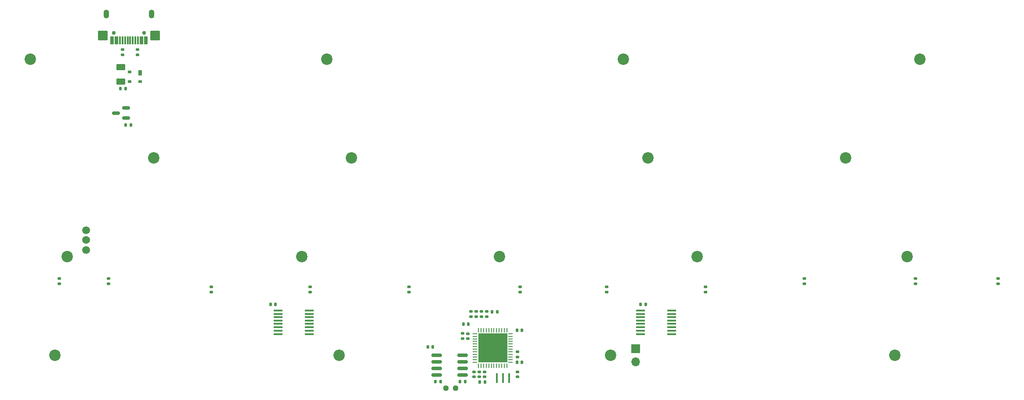
<source format=gbr>
%TF.GenerationSoftware,KiCad,Pcbnew,8.0.8*%
%TF.CreationDate,2025-03-01T19:11:54+01:00*%
%TF.ProjectId,travaulta WKL,74726176-6175-46c7-9461-20574b4c2e6b,rev?*%
%TF.SameCoordinates,Original*%
%TF.FileFunction,Soldermask,Bot*%
%TF.FilePolarity,Negative*%
%FSLAX46Y46*%
G04 Gerber Fmt 4.6, Leading zero omitted, Abs format (unit mm)*
G04 Created by KiCad (PCBNEW 8.0.8) date 2025-03-01 19:11:54*
%MOMM*%
%LPD*%
G01*
G04 APERTURE LIST*
G04 Aperture macros list*
%AMRoundRect*
0 Rectangle with rounded corners*
0 $1 Rounding radius*
0 $2 $3 $4 $5 $6 $7 $8 $9 X,Y pos of 4 corners*
0 Add a 4 corners polygon primitive as box body*
4,1,4,$2,$3,$4,$5,$6,$7,$8,$9,$2,$3,0*
0 Add four circle primitives for the rounded corners*
1,1,$1+$1,$2,$3*
1,1,$1+$1,$4,$5*
1,1,$1+$1,$6,$7*
1,1,$1+$1,$8,$9*
0 Add four rect primitives between the rounded corners*
20,1,$1+$1,$2,$3,$4,$5,0*
20,1,$1+$1,$4,$5,$6,$7,0*
20,1,$1+$1,$6,$7,$8,$9,0*
20,1,$1+$1,$8,$9,$2,$3,0*%
G04 Aperture macros list end*
%ADD10C,2.200000*%
%ADD11C,1.500000*%
%ADD12R,0.400000X1.900000*%
%ADD13RoundRect,0.140000X0.140000X0.170000X-0.140000X0.170000X-0.140000X-0.170000X0.140000X-0.170000X0*%
%ADD14RoundRect,0.140000X-0.140000X-0.170000X0.140000X-0.170000X0.140000X0.170000X-0.140000X0.170000X0*%
%ADD15RoundRect,0.140000X-0.170000X0.140000X-0.170000X-0.140000X0.170000X-0.140000X0.170000X0.140000X0*%
%ADD16RoundRect,0.150000X-0.825000X-0.150000X0.825000X-0.150000X0.825000X0.150000X-0.825000X0.150000X0*%
%ADD17RoundRect,0.135000X-0.185000X0.135000X-0.185000X-0.135000X0.185000X-0.135000X0.185000X0.135000X0*%
%ADD18RoundRect,0.135000X0.185000X-0.135000X0.185000X0.135000X-0.185000X0.135000X-0.185000X-0.135000X0*%
%ADD19RoundRect,0.135000X-0.135000X-0.185000X0.135000X-0.185000X0.135000X0.185000X-0.135000X0.185000X0*%
%ADD20RoundRect,0.062500X0.062500X-0.375000X0.062500X0.375000X-0.062500X0.375000X-0.062500X-0.375000X0*%
%ADD21RoundRect,0.062500X0.375000X-0.062500X0.375000X0.062500X-0.375000X0.062500X-0.375000X-0.062500X0*%
%ADD22R,5.600000X5.600000*%
%ADD23R,1.778000X0.419100*%
%ADD24RoundRect,0.135000X0.135000X0.185000X-0.135000X0.185000X-0.135000X-0.185000X0.135000X-0.185000X0*%
%ADD25RoundRect,0.250000X-0.625000X0.375000X-0.625000X-0.375000X0.625000X-0.375000X0.625000X0.375000X0*%
%ADD26R,0.700000X1.000000*%
%ADD27R,0.700000X0.600000*%
%ADD28RoundRect,0.140000X0.170000X-0.140000X0.170000X0.140000X-0.170000X0.140000X-0.170000X-0.140000X0*%
%ADD29R,1.700000X1.700000*%
%ADD30O,1.700000X1.700000*%
%ADD31RoundRect,0.150000X0.587500X0.150000X-0.587500X0.150000X-0.587500X-0.150000X0.587500X-0.150000X0*%
%ADD32C,0.750000*%
%ADD33RoundRect,0.050000X-0.300000X-0.725000X0.300000X-0.725000X0.300000X0.725000X-0.300000X0.725000X0*%
%ADD34RoundRect,0.050000X-0.150000X-0.725000X0.150000X-0.725000X0.150000X0.725000X-0.150000X0.725000X0*%
%ADD35RoundRect,0.050000X-0.850000X-0.850000X0.850000X-0.850000X0.850000X0.850000X-0.850000X0.850000X0*%
%ADD36O,1.100000X1.700000*%
%ADD37RoundRect,0.237500X0.250000X0.237500X-0.250000X0.237500X-0.250000X-0.237500X0.250000X-0.237500X0*%
G04 APERTURE END LIST*
D10*
%TO.C,H2*%
X120650000Y-57150000D03*
%TD*%
%TO.C,H11*%
X153987500Y-95250000D03*
%TD*%
%TO.C,H1*%
X63500000Y-57150000D03*
%TD*%
%TO.C,H9*%
X70643750Y-95250000D03*
%TD*%
%TO.C,H13*%
X232568750Y-95250000D03*
%TD*%
%TO.C,H5*%
X87312500Y-76200000D03*
%TD*%
D11*
%TO.C,J1*%
X74326714Y-93975000D03*
X74326714Y-92075000D03*
X74326714Y-90175000D03*
%TD*%
D10*
%TO.C,H10*%
X115887500Y-95250000D03*
%TD*%
%TO.C,H8*%
X220662500Y-76200000D03*
%TD*%
%TO.C,H15*%
X123031250Y-114300000D03*
%TD*%
%TO.C,H3*%
X177800000Y-57150000D03*
%TD*%
%TO.C,H17*%
X230187500Y-114300000D03*
%TD*%
%TO.C,H4*%
X234950000Y-57150000D03*
%TD*%
%TO.C,H6*%
X125412500Y-76200000D03*
%TD*%
%TO.C,H16*%
X175418750Y-114300000D03*
%TD*%
%TO.C,H12*%
X192087500Y-95250000D03*
%TD*%
%TO.C,H7*%
X182562500Y-76200000D03*
%TD*%
%TO.C,H14*%
X68262500Y-114300000D03*
%TD*%
D12*
%TO.C,Y1*%
X153416000Y-118745000D03*
X154616000Y-118745000D03*
X155816000Y-118745000D03*
%TD*%
D13*
%TO.C,C7*%
X147984000Y-108331000D03*
X147024000Y-108331000D03*
%TD*%
D14*
%TO.C,C12*%
X181178186Y-104534305D03*
X182138186Y-104534305D03*
%TD*%
D15*
%TO.C,C15*%
X149031000Y-117540000D03*
X149031000Y-118500000D03*
%TD*%
D16*
%TO.C,U5*%
X141899097Y-118120501D03*
X141899097Y-116850501D03*
X141899097Y-115580501D03*
X141899097Y-114310501D03*
X146849097Y-114310501D03*
X146849097Y-115580501D03*
X146849097Y-116850501D03*
X146849097Y-118120501D03*
%TD*%
D17*
%TO.C,R7*%
X146843750Y-110107000D03*
X146843750Y-111127000D03*
%TD*%
D18*
%TO.C,R11*%
X98425000Y-102110000D03*
X98425000Y-101090000D03*
%TD*%
D17*
%TO.C,R2*%
X151511000Y-105877000D03*
X151511000Y-106897000D03*
%TD*%
D14*
%TO.C,C9*%
X157311000Y-115663994D03*
X158271000Y-115663994D03*
%TD*%
D19*
%TO.C,R4*%
X152525000Y-105918000D03*
X153545000Y-105918000D03*
%TD*%
D20*
%TO.C,U1*%
X155404000Y-116340500D03*
X154904000Y-116340500D03*
X154404000Y-116340500D03*
X153904000Y-116340500D03*
X153404000Y-116340500D03*
X152904000Y-116340500D03*
X152404000Y-116340500D03*
X151904000Y-116340500D03*
X151404000Y-116340500D03*
X150904000Y-116340500D03*
X150404000Y-116340500D03*
X149904000Y-116340500D03*
D21*
X149216500Y-115653000D03*
X149216500Y-115153000D03*
X149216500Y-114653000D03*
X149216500Y-114153000D03*
X149216500Y-113653000D03*
X149216500Y-113153000D03*
X149216500Y-112653000D03*
X149216500Y-112153000D03*
X149216500Y-111653000D03*
X149216500Y-111153000D03*
X149216500Y-110653000D03*
X149216500Y-110153000D03*
D20*
X149904000Y-109465500D03*
X150404000Y-109465500D03*
X150904000Y-109465500D03*
X151404000Y-109465500D03*
X151904000Y-109465500D03*
X152404000Y-109465500D03*
X152904000Y-109465500D03*
X153404000Y-109465500D03*
X153904000Y-109465500D03*
X154404000Y-109465500D03*
X154904000Y-109465500D03*
X155404000Y-109465500D03*
D21*
X156091500Y-110153000D03*
X156091500Y-110653000D03*
X156091500Y-111153000D03*
X156091500Y-111653000D03*
X156091500Y-112153000D03*
X156091500Y-112653000D03*
X156091500Y-113153000D03*
X156091500Y-113653000D03*
X156091500Y-114153000D03*
X156091500Y-114653000D03*
X156091500Y-115153000D03*
X156091500Y-115653000D03*
D22*
X152654000Y-112903000D03*
%TD*%
D18*
%TO.C,R12*%
X157956250Y-102110000D03*
X157956250Y-101090000D03*
%TD*%
%TO.C,R15*%
X69088000Y-100522500D03*
X69088000Y-99502500D03*
%TD*%
D15*
%TO.C,C11*%
X151063000Y-117540000D03*
X151063000Y-118500000D03*
%TD*%
D18*
%TO.C,R13*%
X78581250Y-100522500D03*
X78581250Y-99502500D03*
%TD*%
D14*
%TO.C,C8*%
X157311000Y-109474000D03*
X158271000Y-109474000D03*
%TD*%
D18*
%TO.C,R10*%
X174625000Y-102110000D03*
X174625000Y-101090000D03*
%TD*%
D23*
%TO.C,U3*%
X187124340Y-105676700D03*
X187124340Y-106326940D03*
X187124340Y-106977180D03*
X187124340Y-107627420D03*
X187124340Y-108272580D03*
X187124340Y-108922820D03*
X187124340Y-109573060D03*
X187124340Y-110223300D03*
X181175660Y-110223300D03*
X181175660Y-109573060D03*
X181175660Y-108922820D03*
X181175660Y-108272580D03*
X181175660Y-107627420D03*
X181175660Y-106977180D03*
X181175660Y-106326940D03*
X181175660Y-105676700D03*
%TD*%
D18*
%TO.C,R1*%
X148463000Y-106897000D03*
X148463000Y-105877000D03*
%TD*%
%TO.C,R16*%
X234156250Y-100522500D03*
X234156250Y-99502500D03*
%TD*%
D13*
%TO.C,C14*%
X141132500Y-112712500D03*
X140172500Y-112712500D03*
%TD*%
D18*
%TO.C,R9*%
X149479000Y-106897000D03*
X149479000Y-105877000D03*
%TD*%
D13*
%TO.C,C13*%
X110811250Y-104485820D03*
X109851250Y-104485820D03*
%TD*%
D19*
%TO.C,R21*%
X146332687Y-119390501D03*
X147352687Y-119390501D03*
%TD*%
D14*
%TO.C,C5*%
X81943000Y-69850000D03*
X82903000Y-69850000D03*
%TD*%
D18*
%TO.C,R20*%
X193675000Y-102110000D03*
X193675000Y-101090000D03*
%TD*%
D24*
%TO.C,R23*%
X142592312Y-119390501D03*
X141572312Y-119390501D03*
%TD*%
D18*
%TO.C,R14*%
X212725000Y-100522500D03*
X212725000Y-99502500D03*
%TD*%
D19*
%TO.C,R6*%
X150169000Y-119507000D03*
X151189000Y-119507000D03*
%TD*%
D25*
%TO.C,F_USBC1*%
X80962500Y-58671000D03*
X80962500Y-61471000D03*
%TD*%
D26*
%TO.C,D1*%
X84693000Y-59829000D03*
D27*
X84693000Y-61529000D03*
X82693000Y-61529000D03*
X82693000Y-59629000D03*
%TD*%
D18*
%TO.C,R18*%
X81280000Y-56356250D03*
X81280000Y-55336250D03*
%TD*%
D17*
%TO.C,R3*%
X157410000Y-113663000D03*
X157410000Y-114683000D03*
%TD*%
%TO.C,R8*%
X150495000Y-105877000D03*
X150495000Y-106897000D03*
%TD*%
D18*
%TO.C,R5*%
X250064616Y-100522500D03*
X250064616Y-99502500D03*
%TD*%
D28*
%TO.C,C1*%
X147885000Y-111097000D03*
X147885000Y-110137000D03*
%TD*%
D14*
%TO.C,C4*%
X80927000Y-62865000D03*
X81887000Y-62865000D03*
%TD*%
D23*
%TO.C,U4*%
X117274340Y-105676700D03*
X117274340Y-106326940D03*
X117274340Y-106977180D03*
X117274340Y-107627420D03*
X117274340Y-108272580D03*
X117274340Y-108922820D03*
X117274340Y-109573060D03*
X117274340Y-110223300D03*
X111325660Y-110223300D03*
X111325660Y-109573060D03*
X111325660Y-108922820D03*
X111325660Y-108272580D03*
X111325660Y-107627420D03*
X111325660Y-106977180D03*
X111325660Y-106326940D03*
X111325660Y-105676700D03*
%TD*%
D29*
%TO.C,SW38*%
X180181250Y-113025000D03*
D30*
X180181250Y-115565000D03*
%TD*%
D15*
%TO.C,C6*%
X157410000Y-117503000D03*
X157410000Y-118463000D03*
%TD*%
D31*
%TO.C,U2*%
X81963500Y-66614000D03*
X81963500Y-68514000D03*
X80088500Y-67564000D03*
%TD*%
D32*
%TO.C,USB1*%
X79660000Y-52093750D03*
X85440000Y-52093750D03*
D33*
X79325000Y-53538750D03*
X80100000Y-53538750D03*
D34*
X80800000Y-53538750D03*
X81300000Y-53538750D03*
X81800000Y-53538750D03*
X82300000Y-53538750D03*
X82800000Y-53538750D03*
X83300000Y-53538750D03*
X83800000Y-53538750D03*
X84300000Y-53538750D03*
D33*
X85000000Y-53538750D03*
X85775000Y-53538750D03*
D35*
X77550000Y-52643750D03*
D36*
X78230000Y-48443750D03*
X86870000Y-48443750D03*
D35*
X87550000Y-52643750D03*
%TD*%
D37*
%TO.C,JP1*%
X145462340Y-120650000D03*
X143637340Y-120650000D03*
%TD*%
D18*
%TO.C,R19*%
X136525000Y-102110000D03*
X136525000Y-101090000D03*
%TD*%
D17*
%TO.C,R24*%
X84201000Y-55336250D03*
X84201000Y-56356250D03*
%TD*%
D15*
%TO.C,C10*%
X150047000Y-117540000D03*
X150047000Y-118500000D03*
%TD*%
D18*
%TO.C,R17*%
X117475000Y-102110000D03*
X117475000Y-101090000D03*
%TD*%
M02*

</source>
